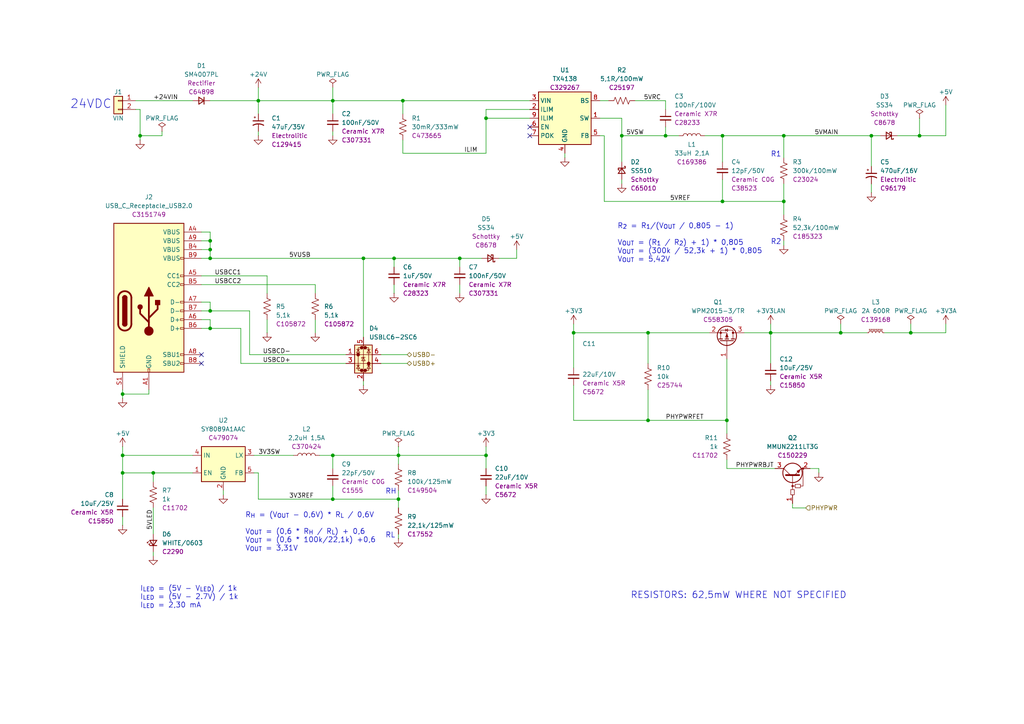
<source format=kicad_sch>
(kicad_sch (version 20250114) (generator "eeschema") (generator_version "9.0")
  (paper "A4")
  (title_block (title "ESP 24V 16xIn/16xOut/1-Wire Module") (date "2026-02-10") (rev "V5.2"))
  (text "RESISTORS: 62,5mW WHERE NOT SPECIFIED" (at 182.88 172.72 0) (effects (font (size 1.905 1.905)) (justify left)))
  (text "R_{H} = (V_{OUT} - 0,6V) * R_{L} / 0,6V\n\nV_{OUT} = (0,6 * R_{H} / R_{L}) + 0,6\nV_{OUT} = (0,6 * 100k/22,1k) +0,6\nV_{OUT} = 3,31V" (at 71.12 160.02 0) (effects (font (size 1.5 1.5)) (justify left bottom)))
  (text "R1" (at 223.52 45.72 0) (effects (font (size 1.5 1.5)) (justify left bottom)))
  (text "RL" (at 111.76 156.21 0) (effects (font (size 1.5 1.5)) (justify left bottom)))
  (text "R_{2} = R_{1}/(V_{OUT} / 0,805 - 1)\n\nV_{OUT} = (R_{1} / R_{2}) + 1) * 0,805\nV_{OUT} = (300k / 52,3k + 1) * 0,805\nV_{OUT} = 5,42V" (at 179.07 76.2 0) (effects (font (size 1.5 1.5)) (justify left bottom)))
  (text "RH" (at 111.76 143.51 0) (effects (font (size 1.5 1.5)) (justify left bottom)))
  (text "24VDC" (at 20.32 31.75 0) (effects (font (size 2.5 2.5)) (justify left bottom)))
  (text "I_{LED} = (5V - V_{LED}) / 1k\nI_{LED} = (5V - 2.7V) / 1k\nI_{LED} = 2,30 mA" (at 40.64 176.53 0) (effects (font (size 1.5 1.5)) (justify left bottom)))
  (text "R2" (at 223.52 71.12 0) (effects (font (size 1.5 1.5)) (justify left bottom)))
  (junction (at 60.96 72.39))
  (junction (at 180.34 39.37))
  (junction (at 187.96 96.52))
  (junction (at 140.97 34.29))
  (junction (at 40.64 39.37))
  (junction (at 140.97 132.08))
  (junction (at 44.45 137.16))
  (junction (at 209.55 58.42))
  (junction (at 35.56 114.3))
  (junction (at 266.7 39.37))
  (junction (at 264.16 96.52))
  (junction (at 116.84 29.21))
  (junction (at 60.96 95.25))
  (junction (at 187.96 121.92))
  (junction (at 133.35 74.93))
  (junction (at 243.84 96.52))
  (junction (at 60.96 74.93))
  (junction (at 96.52 29.21))
  (junction (at 96.52 144.78))
  (junction (at 227.33 58.42))
  (junction (at 35.56 137.16))
  (junction (at 193.04 39.37))
  (junction (at 252.73 39.37))
  (junction (at 60.96 69.85))
  (junction (at 223.52 96.52))
  (junction (at 209.55 39.37))
  (junction (at 35.56 132.08))
  (junction (at 105.41 74.93))
  (junction (at 60.96 90.17))
  (junction (at 166.37 96.52))
  (junction (at 114.3 74.93))
  (junction (at 74.93 29.21))
  (junction (at 210.82 121.92))
  (junction (at 115.57 132.08))
  (junction (at 96.52 132.08))
  (junction (at 115.57 144.78))
  (junction (at 227.33 39.37))
  (no_connect (at 153.67 39.37))
  (no_connect (at 153.67 36.83))
  (no_connect (at 58.42 102.87))
  (no_connect (at 58.42 105.41))
  (wire (pts (xy 58.42 74.93) (xy 60.96 74.93)))
  (wire (pts (xy 227.33 39.37) (xy 252.73 39.37)))
  (wire (pts (xy 114.3 82.55) (xy 114.3 85.09)))
  (wire (pts (xy 252.73 39.37) (xy 255.27 39.37)))
  (wire (pts (xy 180.34 39.37) (xy 180.34 46.99)))
  (wire (pts (xy 58.42 92.71) (xy 60.96 92.71)))
  (wire (pts (xy 114.3 74.93) (xy 114.3 77.47)))
  (wire (pts (xy 58.42 72.39) (xy 60.96 72.39)))
  (wire (pts (xy 96.52 140.97) (xy 96.52 144.78)))
  (wire (pts (xy 116.84 29.21) (xy 153.67 29.21)))
  (wire (pts (xy 140.97 135.89) (xy 140.97 132.08)))
  (wire (pts (xy 227.33 39.37) (xy 227.33 45.72)))
  (wire (pts (xy 180.34 34.29) (xy 180.34 39.37)))
  (wire (pts (xy 110.49 105.41) (xy 118.11 105.41)))
  (wire (pts (xy 140.97 140.97) (xy 140.97 143.51)))
  (wire (pts (xy 210.82 121.92) (xy 210.82 125.73)))
  (wire (pts (xy 210.82 104.14) (xy 210.82 121.92)))
  (wire (pts (xy 60.96 90.17) (xy 72.39 90.17)))
  (wire (pts (xy 115.57 132.08) (xy 115.57 134.62)))
  (wire (pts (xy 39.37 29.21) (xy 55.88 29.21)))
  (wire (pts (xy 69.85 105.41) (xy 100.33 105.41)))
  (wire (pts (xy 227.33 53.34) (xy 227.33 58.42)))
  (wire (pts (xy 64.77 142.24) (xy 64.77 143.51)))
  (wire (pts (xy 116.84 44.45) (xy 140.97 44.45)))
  (wire (pts (xy 166.37 111.76) (xy 166.37 121.92)))
  (wire (pts (xy 35.56 149.86) (xy 35.56 152.4)))
  (wire (pts (xy 96.52 29.21) (xy 116.84 29.21)))
  (wire (pts (xy 115.57 142.24) (xy 115.57 144.78)))
  (wire (pts (xy 35.56 132.08) (xy 55.88 132.08)))
  (wire (pts (xy 96.52 132.08) (xy 115.57 132.08)))
  (wire (pts (xy 74.93 29.21) (xy 74.93 33.02)))
  (wire (pts (xy 35.56 114.3) (xy 35.56 115.57)))
  (wire (pts (xy 74.93 25.4) (xy 74.93 29.21)))
  (wire (pts (xy 115.57 154.94) (xy 115.57 156.21)))
  (wire (pts (xy 60.96 90.17) (xy 60.96 87.63)))
  (wire (pts (xy 209.55 58.42) (xy 209.55 52.07)))
  (wire (pts (xy 92.71 132.08) (xy 96.52 132.08)))
  (wire (pts (xy 44.45 137.16) (xy 55.88 137.16)))
  (wire (pts (xy 266.7 39.37) (xy 274.32 39.37)))
  (wire (pts (xy 163.83 44.45) (xy 163.83 45.72)))
  (wire (pts (xy 237.49 135.89) (xy 237.49 137.16)))
  (wire (pts (xy 166.37 93.98) (xy 166.37 96.52)))
  (wire (pts (xy 166.37 96.52) (xy 166.37 106.68)))
  (wire (pts (xy 274.32 39.37) (xy 274.32 30.48)))
  (wire (pts (xy 187.96 96.52) (xy 187.96 105.41)))
  (wire (pts (xy 115.57 144.78) (xy 115.57 147.32)))
  (wire (pts (xy 35.56 113.03) (xy 35.56 114.3)))
  (wire (pts (xy 116.84 40.64) (xy 116.84 44.45)))
  (wire (pts (xy 58.42 95.25) (xy 60.96 95.25)))
  (wire (pts (xy 237.49 135.89) (xy 234.95 135.89)))
  (wire (pts (xy 173.99 39.37) (xy 175.26 39.37)))
  (wire (pts (xy 140.97 44.45) (xy 140.97 34.29)))
  (wire (pts (xy 264.16 96.52) (xy 256.54 96.52)))
  (wire (pts (xy 114.3 74.93) (xy 133.35 74.93)))
  (wire (pts (xy 96.52 144.78) (xy 115.57 144.78)))
  (wire (pts (xy 35.56 137.16) (xy 35.56 144.78)))
  (wire (pts (xy 184.15 29.21) (xy 193.04 29.21)))
  (wire (pts (xy 60.96 95.25) (xy 60.96 92.71)))
  (wire (pts (xy 40.64 39.37) (xy 46.99 39.37)))
  (wire (pts (xy 204.47 39.37) (xy 209.55 39.37)))
  (wire (pts (xy 74.93 38.1) (xy 74.93 39.37)))
  (wire (pts (xy 227.33 58.42) (xy 227.33 62.23)))
  (wire (pts (xy 60.96 74.93) (xy 105.41 74.93)))
  (wire (pts (xy 205.74 96.52) (xy 187.96 96.52)))
  (wire (pts (xy 35.56 129.54) (xy 35.56 132.08)))
  (wire (pts (xy 215.9 96.52) (xy 223.52 96.52)))
  (wire (pts (xy 91.44 92.71) (xy 91.44 96.52)))
  (wire (pts (xy 69.85 95.25) (xy 69.85 105.41)))
  (wire (pts (xy 187.96 113.03) (xy 187.96 121.92)))
  (wire (pts (xy 166.37 121.92) (xy 187.96 121.92)))
  (wire (pts (xy 115.57 129.54) (xy 115.57 132.08)))
  (wire (pts (xy 72.39 102.87) (xy 100.33 102.87)))
  (wire (pts (xy 74.93 144.78) (xy 96.52 144.78)))
  (wire (pts (xy 140.97 34.29) (xy 140.97 31.75)))
  (wire (pts (xy 209.55 39.37) (xy 209.55 46.99)))
  (wire (pts (xy 149.86 72.39) (xy 149.86 74.93)))
  (wire (pts (xy 166.37 96.52) (xy 187.96 96.52)))
  (wire (pts (xy 74.93 29.21) (xy 96.52 29.21)))
  (wire (pts (xy 58.42 67.31) (xy 60.96 67.31)))
  (wire (pts (xy 173.99 29.21) (xy 176.53 29.21)))
  (wire (pts (xy 60.96 69.85) (xy 60.96 72.39)))
  (wire (pts (xy 35.56 132.08) (xy 35.56 137.16)))
  (wire (pts (xy 60.96 29.21) (xy 74.93 29.21)))
  (wire (pts (xy 116.84 29.21) (xy 116.84 33.02)))
  (wire (pts (xy 60.96 95.25) (xy 69.85 95.25)))
  (wire (pts (xy 105.41 74.93) (xy 105.41 97.79)))
  (wire (pts (xy 46.99 38.1) (xy 46.99 39.37)))
  (wire (pts (xy 144.78 74.93) (xy 149.86 74.93)))
  (wire (pts (xy 210.82 135.89) (xy 224.79 135.89)))
  (wire (pts (xy 96.52 29.21) (xy 96.52 33.02)))
  (wire (pts (xy 229.87 147.32) (xy 233.68 147.32)))
  (wire (pts (xy 193.04 36.83) (xy 193.04 39.37)))
  (wire (pts (xy 43.18 114.3) (xy 35.56 114.3)))
  (wire (pts (xy 193.04 29.21) (xy 193.04 31.75)))
  (wire (pts (xy 39.37 31.75) (xy 40.64 31.75)))
  (wire (pts (xy 223.52 96.52) (xy 243.84 96.52)))
  (wire (pts (xy 180.34 53.34) (xy 180.34 52.07)))
  (wire (pts (xy 223.52 96.52) (xy 223.52 105.41)))
  (wire (pts (xy 105.41 110.49) (xy 105.41 111.76)))
  (wire (pts (xy 140.97 132.08) (xy 115.57 132.08)))
  (wire (pts (xy 133.35 82.55) (xy 133.35 85.09)))
  (wire (pts (xy 40.64 31.75) (xy 40.64 39.37)))
  (wire (pts (xy 58.42 90.17) (xy 60.96 90.17)))
  (wire (pts (xy 175.26 58.42) (xy 209.55 58.42)))
  (wire (pts (xy 264.16 93.98) (xy 264.16 96.52)))
  (wire (pts (xy 140.97 34.29) (xy 153.67 34.29)))
  (wire (pts (xy 58.42 69.85) (xy 60.96 69.85)))
  (wire (pts (xy 252.73 48.26) (xy 252.73 39.37)))
  (wire (pts (xy 35.56 137.16) (xy 44.45 137.16)))
  (wire (pts (xy 133.35 74.93) (xy 139.7 74.93)))
  (wire (pts (xy 274.32 96.52) (xy 264.16 96.52)))
  (wire (pts (xy 209.55 58.42) (xy 227.33 58.42)))
  (wire (pts (xy 43.18 113.03) (xy 43.18 114.3)))
  (wire (pts (xy 77.47 92.71) (xy 77.47 96.52)))
  (wire (pts (xy 74.93 137.16) (xy 74.93 144.78)))
  (wire (pts (xy 227.33 69.85) (xy 227.33 71.12)))
  (wire (pts (xy 187.96 121.92) (xy 210.82 121.92)))
  (wire (pts (xy 173.99 34.29) (xy 180.34 34.29)))
  (wire (pts (xy 77.47 80.01) (xy 77.47 85.09)))
  (wire (pts (xy 175.26 39.37) (xy 175.26 58.42)))
  (wire (pts (xy 223.52 93.98) (xy 223.52 96.52)))
  (wire (pts (xy 229.87 146.05) (xy 229.87 147.32)))
  (wire (pts (xy 105.41 74.93) (xy 114.3 74.93)))
  (wire (pts (xy 96.52 38.1) (xy 96.52 39.37)))
  (wire (pts (xy 140.97 129.54) (xy 140.97 132.08)))
  (wire (pts (xy 96.52 25.4) (xy 96.52 29.21)))
  (wire (pts (xy 44.45 160.02) (xy 44.45 161.29)))
  (wire (pts (xy 110.49 102.87) (xy 118.11 102.87)))
  (wire (pts (xy 243.84 93.98) (xy 243.84 96.52)))
  (wire (pts (xy 44.45 147.32) (xy 44.45 154.94)))
  (wire (pts (xy 251.46 96.52) (xy 243.84 96.52)))
  (wire (pts (xy 73.66 132.08) (xy 85.09 132.08)))
  (wire (pts (xy 40.64 39.37) (xy 40.64 40.64)))
  (wire (pts (xy 58.42 80.01) (xy 77.47 80.01)))
  (wire (pts (xy 60.96 72.39) (xy 60.96 74.93)))
  (wire (pts (xy 252.73 53.34) (xy 252.73 55.88)))
  (wire (pts (xy 210.82 133.35) (xy 210.82 135.89)))
  (wire (pts (xy 72.39 90.17) (xy 72.39 102.87)))
  (wire (pts (xy 274.32 96.52) (xy 274.32 93.98)))
  (wire (pts (xy 223.52 110.49) (xy 223.52 111.76)))
  (wire (pts (xy 60.96 67.31) (xy 60.96 69.85)))
  (wire (pts (xy 193.04 39.37) (xy 196.85 39.37)))
  (wire (pts (xy 73.66 137.16) (xy 74.93 137.16)))
  (wire (pts (xy 260.35 39.37) (xy 266.7 39.37)))
  (wire (pts (xy 133.35 74.93) (xy 133.35 77.47)))
  (wire (pts (xy 91.44 82.55) (xy 91.44 85.09)))
  (wire (pts (xy 140.97 31.75) (xy 153.67 31.75)))
  (wire (pts (xy 180.34 39.37) (xy 193.04 39.37)))
  (wire (pts (xy 44.45 137.16) (xy 44.45 139.7)))
  (wire (pts (xy 266.7 34.29) (xy 266.7 39.37)))
  (wire (pts (xy 96.52 132.08) (xy 96.52 135.89)))
  (wire (pts (xy 58.42 87.63) (xy 60.96 87.63)))
  (wire (pts (xy 227.33 39.37) (xy 209.55 39.37)))
  (wire (pts (xy 58.42 82.55) (xy 91.44 82.55)))
  (label "5VSW" (at 181.61 39.37 0))
  (label "USBCD+" (at 76.2 105.41 0))
  (label "USBCD-" (at 76.2 102.87 0))
  (label "5VLED" (at 44.45 153.67 90))
  (label "3V3REF" (at 83.82 144.78 0))
  (label "ILIM" (at 134.62 44.45 0))
  (label "PHYPWRFET" (at 193.04 121.92 0))
  (label "5VREF" (at 194.31 58.42 0))
  (label "5VRC" (at 186.69 29.21 0))
  (label "USBCC2" (at 62.23 82.55 0))
  (label "+24VIN" (at 44.45 29.21 0))
  (label "USBCC1" (at 62.23 80.01 0))
  (label "PHYPWRBJT" (at 213.36 135.89 0))
  (label "3V3SW" (at 74.93 132.08 0))
  (label "5VMAIN" (at 236.22 39.37 0))
  (label "5VUSB" (at 83.82 74.93 0))
  (hierarchical_label "PHYPWR" (shape input) (at 233.68 147.32 0))
  (hierarchical_label "USBD+" (shape bidirectional) (at 118.11 105.41 0))
  (hierarchical_label "USBD-" (shape bidirectional) (at 118.11 102.87 0))
  (symbol (lib_id "power:+24V") (at 74.93 25.4 0) (unit 1)
    (property "Reference" "#PWR0168" (effects (hide yes)))
    (property "Value" "+24V" (at 74.93 21.59 0))
    (property "Description" "Power symbol creates a global label with name \"+24V\"" (effects (hide yes)))
  )
  (symbol (lib_id "Device:R_US") (at 44.45 143.51 0) (unit 1)
    (property "Reference" "R7" (at 46.99 142.24 0) (effects (justify left)))
    (property "Value" "1k" (at 46.99 144.78 0) (effects (justify left)))
    (property "Footprint" "Tales:R_0402_1005Metric" (effects (hide yes)))
    (property "Description" "Resistor, US symbol" (effects (hide yes)))
    (property "Case" "0402/1005" (effects (hide yes)))
    (property "Mfr" "Uniroyal" (effects (hide yes)))
    (property "Mfr PN" "0402WGF1001TCE" (effects (hide yes)))
    (property "Vendor" "JLCPCB" (effects (hide yes)))
    (property "Vendor PN" "C11702" (effects (hide yes)))
    (property "Technology" "1%" (effects (hide yes)))
    (property "LCSC Part #" "C11702" (at 46.99 147.32 0) (effects (justify left)))
    (property "JLCPCB BOM" "1" (effects (hide yes)))
  )
  (symbol (lib_id "power:GND") (at 115.57 156.21 0) (unit 1)
    (property "Reference" "#PWR0170" (effects (hide yes)))
    (property "Value" "GND" (effects (hide yes)))
    (property "Description" "Power symbol creates a global label with name \"GND\" , ground" (effects (hide yes)))
  )
  (symbol (lib_id "Device:L") (at 200.66 39.37 90) (unit 1)
    (property "Reference" "L1" (at 200.66 41.91 90))
    (property "Value" "33uH 2,1A" (at 200.66 44.45 90))
    (property "Footprint" "Tales:L_12x12mm_h6mm" (effects (hide yes)))
    (property "Description" "Inductor" (effects (hide yes)))
    (property "Case" "12x12" (effects (hide yes)))
    (property "JLCPCB BOM" "1" (effects (hide yes)))
    (property "LCSC Part #" "C169386" (at 200.66 46.99 90))
    (property "Mfr" "Sunlord" (effects (hide yes)))
    (property "Mfr PN" "SWRB1205S-330MT" (effects (hide yes)))
    (property "Vendor" "JLCPCB" (effects (hide yes)))
    (property "Vendor PN" "C169386" (effects (hide yes)))
  )
  (symbol (lib_id "Device:C_Small") (at 223.52 107.95 0) (unit 1)
    (property "Reference" "C12" (at 226.06 104.1462 0) (effects (justify left)))
    (property "Value" "10uF/25V" (at 226.06 106.6862 0) (effects (justify left)))
    (property "Footprint" "Tales:C_0805_2012Metric" (effects (hide yes)))
    (property "Description" "Unpolarized capacitor, small symbol" (effects (hide yes)))
    (property "Mfr" "Samsung" (effects (hide yes)))
    (property "Mfr PN" "CL21A106KAYNNNE" (effects (hide yes)))
    (property "JLCPCB BOM" "1" (effects (hide yes)))
    (property "LCSC Part #" "C15850" (at 226.06 111.76 0) (effects (justify left)))
    (property "Technology" "Ceramic X5R" (at 226.06 109.22 0) (effects (justify left)))
    (property "Vendor" "JLCPCB" (effects (hide yes)))
    (property "Vendor PN" "C15850" (effects (hide yes)))
    (property "Case" "0805/2012" (effects (hide yes)))
  )
  (symbol (lib_id "Tales:SY8089AAAC") (at 64.77 134.62 0) (unit 1)
    (property "Reference" "U2" (at 64.77 121.92 0))
    (property "Value" "SY8089A1AAC" (at 64.77 124.46 0))
    (property "Footprint" "Tales:SOT-23-5_Shorter_Pins" (effects (hide yes)))
    (property "Description" "High Efficiency 5.5V, 2A continuous, 3A peak, 1MHz Synchronous Step Down Regulator" (effects (hide yes)))
    (property "Case" "SOT-23-5" (effects (hide yes)))
    (property "JLCPCB BOM" "1" (effects (hide yes)))
    (property "LCSC Part #" "C479074" (at 64.77 127 0))
    (property "Mfr" "Silergy" (effects (hide yes)))
    (property "Mfr PN" "SY8089A1AAC" (effects (hide yes)))
    (property "Vendor" "JLCPCB" (effects (hide yes)))
    (property "Vendor PN" "C479074" (effects (hide yes)))
  )
  (symbol (lib_id "power:GND") (at 140.97 143.51 0) (unit 1)
    (property "Reference" "#PWR0183" (effects (hide yes)))
    (property "Value" "GND" (effects (hide yes)))
    (property "Description" "Power symbol creates a global label with name \"GND\" , ground" (effects (hide yes)))
  )
  (symbol (lib_id "power:GND") (at 237.49 137.16 0) (unit 1)
    (property "Reference" "#PWR0175" (effects (hide yes)))
    (property "Value" "GND" (effects (hide yes)))
    (property "Description" "Power symbol creates a global label with name \"GND\" , ground" (effects (hide yes)))
  )
  (symbol (lib_id "power:GND") (at 163.83 45.72 0) (unit 1)
    (property "Reference" "#PWR0178" (effects (hide yes)))
    (property "Value" "GND" (effects (hide yes)))
    (property "Description" "Power symbol creates a global label with name \"GND\" , ground" (effects (hide yes)))
  )
  (symbol (lib_id "Tales:+3V3LAN") (at 223.52 93.98 0) (unit 1)
    (property "Reference" "#PWR0177" (effects (hide yes)))
    (property "Value" "+3V3LAN" (at 223.52 90.17 0))
    (property "Description" "Power symbol creates a global label with name \"+3V3LAN\"" (effects (hide yes)))
  )
  (symbol (lib_id "Device:C_Small") (at 96.52 138.43 0) (unit 1)
    (property "Reference" "C9" (at 99.06 134.6262 0) (effects (justify left)))
    (property "Value" "22pF/50V" (at 99.06 137.1662 0) (effects (justify left)))
    (property "Footprint" "Tales:C_0402_1005Metric" (effects (hide yes)))
    (property "Description" "Unpolarized capacitor, small symbol" (effects (hide yes)))
    (property "JLCPCB BOM" "1" (effects (hide yes)))
    (property "Technology" "Ceramic C0G" (at 99.06 139.7062 0) (effects (justify left)))
    (property "LCSC Part #" "C1555" (at 99.06 142.2462 0) (effects (justify left)))
    (property "Mfr" "FH" (effects (hide yes)))
    (property "Mfr PN" "0402CG220J500NT" (effects (hide yes)))
    (property "Vendor" "JLCPCB" (effects (hide yes)))
    (property "Vendor PN" "C1555" (effects (hide yes)))
    (property "Case" "0402/1005" (effects (hide yes)))
  )
  (symbol (lib_id "Device:C_Small") (at 133.35 80.01 0) (unit 1)
    (property "Reference" "C7" (at 135.89 77.47 0) (effects (justify left)))
    (property "Value" "100nF/50V" (at 135.89 80.01 0) (effects (justify left)))
    (property "Footprint" "Tales:C_0402_1005Metric" (effects (hide yes)))
    (property "Description" "Unpolarized capacitor, small symbol" (effects (hide yes)))
    (property "JLCPCB BOM" "1" (effects (hide yes)))
    (property "Technology" "Ceramic X7R" (at 135.89 82.55 0) (effects (justify left)))
    (property "LCSC Part #" "C307331" (at 135.89 85.09 0) (effects (justify left)))
    (property "Mfr" "Samsung" (effects (hide yes)))
    (property "Mfr PN" "CL05B104KB54PNC" (effects (hide yes)))
    (property "Vendor" "JLCPCB" (effects (hide yes)))
    (property "Vendor PN" "C307331" (effects (hide yes)))
    (property "Case" "0402/1005" (effects (hide yes)))
  )
  (symbol (lib_id "Device:R_US") (at 77.47 88.9 0) (unit 1)
    (property "Reference" "R5" (at 80.01 88.9 0) (effects (justify left)))
    (property "Value" "5,1k" (at 80.01 91.44 0) (effects (justify left)))
    (property "Footprint" "Tales:R_0402_1005Metric" (effects (hide yes)))
    (property "Description" "Resistor, US symbol" (effects (hide yes)))
    (property "JLCPCB BOM" "1" (effects (hide yes)))
    (property "LCSC Part #" "C105872" (at 80.01 93.98 0) (effects (justify left)))
    (property "Mfr" "YAGEO" (effects (hide yes)))
    (property "Mfr PN" "RC0402FR-075K1L" (effects (hide yes)))
    (property "Technology" "1%" (effects (hide yes)))
    (property "Vendor" "JLCPCB" (effects (hide yes)))
    (property "Vendor PN" "C105872" (effects (hide yes)))
    (property "Case" "0402/1005" (effects (hide yes)))
  )
  (symbol (lib_id "Power_Protection:USBLC6-2SC6") (at 105.41 102.87 0) (unit 1)
    (property "Reference" "D4" (at 107.0611 95.25 0) (effects (justify left)))
    (property "Value" "USBLC6-2SC6" (at 107.0611 97.79 0) (effects (justify left)))
    (property "Footprint" "Package_TO_SOT_SMD:SOT-23-6" (effects (hide yes)))
    (property "Datasheet" "https://www.st.com/resource/en/datasheet/usblc6-2.pdf" (effects (hide yes)))
    (property "Description" "Very low capacitance ESD protection diode, 2 data-line, SOT-23-6" (effects (hide yes)))
    (property "Vendor" "JLCPCB" (effects (hide yes)))
    (property "Case" "SOT-23-6L" (effects (hide yes)))
    (property "JLCPCB BOM" "1" (effects (hide yes)))
    (property "LCSC Part #" "C7519" (effects (hide yes)))
    (property "Mfr" "STMicroelectronics" (effects (hide yes)))
    (property "Mfr PN" "USBLC6-2SC6" (effects (hide yes)))
    (property "Vendor PN" "C7519" (effects (hide yes)))
  )
  (symbol (lib_id "Device:D_Schottky_Small") (at 257.81 39.37 180) (unit 1)
    (property "Reference" "D3" (at 256.54 27.94 0))
    (property "Value" "SS34" (at 256.54 30.48 0))
    (property "Footprint" "Tales:D_SMA" (effects (hide yes)))
    (property "Description" "Schottky diode, small symbol" (effects (hide yes)))
    (property "JLCPCB BOM" "1" (effects (hide yes)))
    (property "LCSC Part #" "C8678" (at 256.54 35.56 0))
    (property "Mfr" "Microdiode" (effects (hide yes)))
    (property "Mfr PN" "SS34" (effects (hide yes)))
    (property "Technology" "Schottky" (at 256.54 33.02 0))
    (property "Vendor" "JLCPCB" (effects (hide yes)))
    (property "Vendor PN" "C8678" (effects (hide yes)))
    (property "Case" "SMA" (effects (hide yes)))
  )
  (symbol (lib_id "power:PWR_FLAG") (at 266.7 34.29 0) (unit 1)
    (property "Reference" "#FLG0106" (effects (hide yes)))
    (property "Value" "PWR_FLAG" (at 266.7 30.48 0))
    (property "Description" "Special symbol for telling ERC where power comes from" (effects (hide yes)))
  )
  (symbol (lib_id "power:+5V") (at 35.56 129.54 0) (unit 1)
    (property "Reference" "#PWR0162" (effects (hide yes)))
    (property "Value" "+5V" (at 35.56 125.73 0))
    (property "Description" "Power symbol creates a global label with name \"+5V\"" (effects (hide yes)))
  )
  (symbol (lib_id "Device:D_Schottky_Small") (at 180.34 49.53 270) (unit 1)
    (property "Reference" "D2" (at 182.88 46.99 90) (effects (justify left)))
    (property "Value" "SS510" (at 182.88 49.53 90) (effects (justify left)))
    (property "Footprint" "Tales:D_SMA" (effects (hide yes)))
    (property "Description" "Schottky diode, small symbol" (effects (hide yes)))
    (property "Case" "SMA" (effects (hide yes)))
    (property "JLCPCB BOM" "1" (effects (hide yes)))
    (property "LCSC Part #" "C65010" (at 182.88 54.61 90) (effects (justify left)))
    (property "Mfr" "Microdiode" (effects (hide yes)))
    (property "Mfr PN" "SS510" (effects (hide yes)))
    (property "Technology" "Schottky" (at 182.88 52.07 90) (effects (justify left)))
    (property "Vendor" "JLCPCB" (effects (hide yes)))
    (property "Vendor PN" "C65010" (effects (hide yes)))
  )
  (symbol (lib_id "Device:R_US") (at 187.96 109.22 0) (unit 1)
    (property "Reference" "R10" (at 190.5 106.6799 0) (effects (justify left)))
    (property "Value" "10k" (at 190.5 109.2199 0) (effects (justify left)))
    (property "Footprint" "Tales:R_0402_1005Metric" (effects (hide yes)))
    (property "Description" "Resistor, US symbol" (effects (hide yes)))
    (property "Mfr" "Uniroyal" (effects (hide yes)))
    (property "Vendor" "JLCPCB" (effects (hide yes)))
    (property "Mfr PN" "0402WGF1002TCE" (effects (hide yes)))
    (property "Technology" "1%" (effects (hide yes)))
    (property "Vendor PN" "C25744" (effects (hide yes)))
    (property "LCSC Part #" "C25744" (at 190.5 111.7599 0) (effects (justify left)))
    (property "JLCPCB BOM" "1" (effects (hide yes)))
    (property "Case" "0402/1005" (effects (hide yes)))
  )
  (symbol (lib_id "power:+5V") (at 149.86 72.39 0) (unit 1)
    (property "Reference" "#PWR0179" (effects (hide yes)))
    (property "Value" "+5V" (at 149.86 68.58 0))
    (property "Description" "Power symbol creates a global label with name \"+5V\"" (effects (hide yes)))
  )
  (symbol (lib_id "Device:D_Small") (at 58.42 29.21 180) (unit 1)
    (property "Reference" "D1" (at 58.42 19.05 0))
    (property "Value" "SM4007PL" (at 58.42 21.59 0))
    (property "Footprint" "Tales:D_SOD-123" (effects (hide yes)))
    (property "Description" "Diode, small symbol" (effects (hide yes)))
    (property "Case" "SOD-123FL" (effects (hide yes)))
    (property "Technology" "Rectifier" (at 58.42 24.13 0))
    (property "Mfr" "Microdiode" (effects (hide yes)))
    (property "Mfr PN" "SM4007PL" (effects (hide yes)))
    (property "Vendor" "JLCPCB" (effects (hide yes)))
    (property "Vendor PN" "C64898" (effects (hide yes)))
    (property "LCSC Part #" "C64898" (at 58.42 26.67 0))
    (property "JLCPCB BOM" "1" (effects (hide yes)))
    (property "Sim.Device" "D" (effects (hide yes)))
    (property "Sim.Pins" "1=K 2=A" (effects (hide yes)))
  )
  (symbol (lib_id "Tales:+3V3A") (at 274.32 93.98 0) (unit 1)
    (property "Reference" "#PWR0187" (effects (hide yes)))
    (property "Value" "+3V3A" (at 274.32 90.17 0))
    (property "Description" "Power symbol creates a global label with name \"+3V3A\"" (effects (hide yes)))
  )
  (symbol (lib_id "power:GND") (at 35.56 115.57 0) (unit 1)
    (property "Reference" "#PWR0166" (effects (hide yes)))
    (property "Value" "GND" (effects (hide yes)))
    (property "Description" "Power symbol creates a global label with name \"GND\" , ground" (effects (hide yes)))
  )
  (symbol (lib_id "Device:C_Small") (at 140.97 138.43 0) (unit 1)
    (property "Reference" "C10" (at 143.51 135.89 0) (effects (justify left)))
    (property "Value" "22uF/10V" (at 143.51 138.43 0) (effects (justify left)))
    (property "Footprint" "Tales:C_1206_3216Metric" (effects (hide yes)))
    (property "Description" "Unpolarized capacitor, small symbol" (effects (hide yes)))
    (property "Mfr" "Samsung" (effects (hide yes)))
    (property "Mfr PN" "CL31A226KPHNNNE" (effects (hide yes)))
    (property "JLCPCB BOM" "1" (effects (hide yes)))
    (property "LCSC Part #" "C5672" (at 143.51 143.51 0) (effects (justify left)))
    (property "Technology" "Ceramic X5R" (at 143.51 140.97 0) (effects (justify left)))
    (property "Vendor" "JLCPCB" (effects (hide yes)))
    (property "Vendor PN" "C5672" (effects (hide yes)))
    (property "Case" "1206/3216" (effects (hide yes)))
  )
  (symbol (lib_id "power:PWR_FLAG") (at 96.52 25.4 0) (unit 1)
    (property "Reference" "#FLG0102" (effects (hide yes)))
    (property "Value" "PWR_FLAG" (at 96.52 21.59 0))
    (property "Description" "Special symbol for telling ERC where power comes from" (effects (hide yes)))
  )
  (symbol (lib_id "Device:C_Small") (at 96.52 35.56 0) (unit 1)
    (property "Reference" "C2" (at 99.06 33.02 0) (effects (justify left)))
    (property "Value" "100nF/50V" (at 99.06 35.56 0) (effects (justify left)))
    (property "Footprint" "Tales:C_0402_1005Metric" (effects (hide yes)))
    (property "Description" "Unpolarized capacitor, small symbol" (effects (hide yes)))
    (property "JLCPCB BOM" "1" (effects (hide yes)))
    (property "Technology" "Ceramic X7R" (at 99.06 38.1 0) (effects (justify left)))
    (property "LCSC Part #" "C307331" (at 99.06 40.64 0) (effects (justify left)))
    (property "Mfr" "Samsung" (effects (hide yes)))
    (property "Mfr PN" "CL05B104KB54PNC" (effects (hide yes)))
    (property "Vendor" "JLCPCB" (effects (hide yes)))
    (property "Vendor PN" "C307331" (effects (hide yes)))
    (property "Case" "0402/1005" (effects (hide yes)))
  )
  (symbol (lib_id "power:GND") (at 44.45 161.29 0) (unit 1)
    (property "Reference" "#PWR0164" (effects (hide yes)))
    (property "Value" "GND" (effects (hide yes)))
    (property "Description" "Power symbol creates a global label with name \"GND\" , ground" (effects (hide yes)))
  )
  (symbol (lib_id "Device:C_Small") (at 35.56 147.32 0) (unit 1)
    (property "Reference" "C8" (at 33.02 143.51 0) (effects (justify right)))
    (property "Value" "10uF/25V" (at 33.02 146.05 0) (effects (justify right)))
    (property "Footprint" "Tales:C_0805_2012Metric" (effects (hide yes)))
    (property "Description" "Unpolarized capacitor, small symbol" (effects (hide yes)))
    (property "Mfr" "Samsung" (effects (hide yes)))
    (property "Mfr PN" "CL21A106KAYNNNE" (effects (hide yes)))
    (property "JLCPCB BOM" "1" (effects (hide yes)))
    (property "LCSC Part #" "C15850" (at 33.02 151.13 0) (effects (justify right)))
    (property "Technology" "Ceramic X5R" (at 33.02 148.59 0) (effects (justify right)))
    (property "Vendor" "JLCPCB" (effects (hide yes)))
    (property "Vendor PN" "C15850" (effects (hide yes)))
    (property "Case" "0805/2012" (effects (hide yes)))
  )
  (symbol (lib_id "Device:C_Small") (at 193.04 34.29 0) (unit 1)
    (property "Reference" "C3" (at 195.58 27.94 0) (effects (justify left)))
    (property "Value" "100nF/100V" (at 195.58 30.48 0) (effects (justify left)))
    (property "Footprint" "Tales:C_0805_2012Metric" (effects (hide yes)))
    (property "Description" "Unpolarized capacitor, small symbol" (effects (hide yes)))
    (property "Technology" "Ceramic X7R" (at 195.58 33.02 0) (effects (justify left)))
    (property "Mfr" "Samsung" (effects (hide yes)))
    (property "Mfr PN" "CL21B104KCFNNNE" (effects (hide yes)))
    (property "Vendor" "JLCPCB" (effects (hide yes)))
    (property "Vendor PN" "C28233" (effects (hide yes)))
    (property "LCSC Part #" "C28233" (at 195.58 35.56 0) (effects (justify left)))
    (property "JLCPCB BOM" "1" (effects (hide yes)))
    (property "Case" "0805/2012" (effects (hide yes)))
  )
  (symbol (lib_id "power:GND") (at 35.56 152.4 0) (unit 1)
    (property "Reference" "#PWR0163" (effects (hide yes)))
    (property "Value" "GND" (effects (hide yes)))
    (property "Description" "Power symbol creates a global label with name \"GND\" , ground" (effects (hide yes)))
  )
  (symbol (lib_id "power:GND") (at 91.44 96.52 0) (unit 1)
    (property "Reference" "#PWR0173" (effects (hide yes)))
    (property "Value" "GND" (effects (hide yes)))
    (property "Description" "Power symbol creates a global label with name \"GND\" , ground" (effects (hide yes)))
  )
  (symbol (lib_id "power:GND") (at 223.52 111.76 0) (unit 1)
    (property "Reference" "#PWR0176" (effects (hide yes)))
    (property "Value" "GND" (effects (hide yes)))
    (property "Description" "Power symbol creates a global label with name \"GND\" , ground" (effects (hide yes)))
  )
  (symbol (lib_id "power:GND") (at 40.64 40.64 0) (unit 1)
    (property "Reference" "#PWR0161" (effects (hide yes)))
    (property "Value" "GND" (effects (hide yes)))
    (property "Description" "Power symbol creates a global label with name \"GND\" , ground" (effects (hide yes)))
  )
  (symbol (lib_id "power:PWR_FLAG") (at 46.99 38.1 0) (unit 1)
    (property "Reference" "#FLG0101" (effects (hide yes)))
    (property "Value" "PWR_FLAG" (at 46.99 34.29 0))
    (property "Description" "Special symbol for telling ERC where power comes from" (effects (hide yes)))
  )
  (symbol (lib_id "power:+5V") (at 274.32 30.48 0) (unit 1)
    (property "Reference" "#PWR0186" (effects (hide yes)))
    (property "Value" "+5V" (at 274.32 26.67 0))
    (property "Description" "Power symbol creates a global label with name \"+5V\"" (effects (hide yes)))
  )
  (symbol (lib_id "Connector_Generic:Conn_01x02") (at 34.29 29.21 0) (mirror y) (unit 1)
    (property "Reference" "J1" (at 34.29 26.67 0))
    (property "Value" "VIN" (at 34.29 34.29 0))
    (property "Footprint" "Tales:TerminalBlock_Dibo_DB142V-5.08-2P_1x02_P5.08mm_Vertical" (effects (hide yes)))
    (property "Description" "Generic connector, single row, 01x02, script generated (kicad-library-utils/schlib/autogen/connector/)" (effects (hide yes)))
    (property "JLCPCB BOM" "1" (effects (hide yes)))
    (property "Mfr" "Dorabo" (effects (hide yes)))
    (property "Mfr PN" "DB142V-5.08-2P" (effects (hide yes)))
    (property "Vendor" "JLCPCB" (effects (hide yes)))
    (property "Vendor PN" "C2898699" (effects (hide yes)))
    (property "LCSC Part #" "C2898699" (effects (hide yes)))
  )
  (symbol (lib_id "power:GND") (at 180.34 53.34 0) (unit 1)
    (property "Reference" "#PWR0185" (effects (hide yes)))
    (property "Value" "GND" (effects (hide yes)))
    (property "Description" "Power symbol creates a global label with name \"GND\" , ground" (effects (hide yes)))
  )
  (symbol (lib_id "power:GND") (at 77.47 96.52 0) (unit 1)
    (property "Reference" "#PWR0174" (effects (hide yes)))
    (property "Value" "GND" (effects (hide yes)))
    (property "Description" "Power symbol creates a global label with name \"GND\" , ground" (effects (hide yes)))
  )
  (symbol (lib_id "Device:L_Ferrite_Small") (at 254 96.52 90) (unit 1)
    (property "Reference" "L3" (at 254 87.63 90))
    (property "Value" "2A 600R" (at 254 90.17 90))
    (property "Footprint" "Tales:L_0805_2012Metric" (effects (hide yes)))
    (property "Description" "Inductor with ferrite core, small symbol" (effects (hide yes)))
    (property "Case" "0805/2012" (effects (hide yes)))
    (property "JLCPCB BOM" "1" (effects (hide yes)))
    (property "LCSC Part #" "C139168" (at 254 92.71 90))
    (property "Mfr" "FH" (effects (hide yes)))
    (property "Mfr PN" "CBM201209U601T" (effects (hide yes)))
    (property "Vendor" "JLCPCB" (effects (hide yes)))
    (property "Vendor PN" "C139168" (effects (hide yes)))
  )
  (symbol (lib_id "Device:C_Polarized_Small_US") (at 252.73 50.8 0) (unit 1)
    (property "Reference" "C5" (at 255.27 46.99 0) (effects (justify left)))
    (property "Value" "470uF/16V" (at 255.27 49.53 0) (effects (justify left)))
    (property "Footprint" "Tales:CP_Elec_8x10.5" (effects (hide yes)))
    (property "Description" "Polarized capacitor, small US symbol" (effects (hide yes)))
    (property "Mfr" "Semtech" (effects (hide yes)))
    (property "Mfr PN" "CS1C471M-CRF10" (effects (hide yes)))
    (property "JLCPCB BOM" "1" (effects (hide yes)))
    (property "LCSC Part #" "C96179" (at 255.27 54.61 0) (effects (justify left)))
    (property "Technology" "Electrolitic" (at 255.27 52.07 0) (effects (justify left)))
    (property "Vendor" "JLCPCB" (effects (hide yes)))
    (property "Vendor PN" "C96179" (effects (hide yes)))
    (property "Case" "8x10,5" (effects (hide yes)))
  )
  (symbol (lib_id "power:PWR_FLAG") (at 243.84 93.98 0) (unit 1)
    (property "Reference" "#FLG0104" (effects (hide yes)))
    (property "Value" "PWR_FLAG" (at 243.84 90.17 0))
    (property "Description" "Special symbol for telling ERC where power comes from" (effects (hide yes)))
  )
  (symbol (lib_id "Transistor_FET:Q_PMOS_GSD") (at 210.82 99.06 270) (mirror x) (unit 1)
    (property "Reference" "Q1" (at 208.28 87.63 90))
    (property "Value" "WPM2015-3/TR" (at 208.28 90.17 90))
    (property "Footprint" "Tales:SOT-23" (effects (hide yes)))
    (property "Description" "P-MOSFET transistor, gate/source/drain" (effects (hide yes)))
    (property "Case" "SOT-23-3" (effects (hide yes)))
    (property "JLCPCB BOM" "1" (effects (hide yes)))
    (property "LCSC Part #" "C558305" (at 208.28 92.71 90))
    (property "Mfr" "VBSemi" (effects (hide yes)))
    (property "Mfr PN" "WPM2015-3/TR" (effects (hide yes)))
    (property "Technology" "MOSFET" (effects (hide yes)))
    (property "Vendor" "JLCPCB" (effects (hide yes)))
    (property "Vendor PN" "C558305" (effects (hide yes)))
  )
  (symbol (lib_id "Transistor_BJT:Q_NPN_BRT_BEC") (at 229.87 137.16 90) (unit 1)
    (property "Reference" "Q2" (at 229.87 127 90))
    (property "Value" "MMUN2211LT3G" (at 229.87 129.54 90))
    (property "Footprint" "Tales:SOT-23" (effects (hide yes)))
    (property "Description" "NPN bias resistor transistor, base/emitter/collector" (effects (hide yes)))
    (property "LCSC Part #" "C150229" (at 229.87 132.08 90))
    (property "Vendor PN" "C150229" (effects (hide yes)))
    (property "Case" "SOT-23-3" (effects (hide yes)))
    (property "JLCPCB BOM" "1" (effects (hide yes)))
    (property "Mfr" "Onsemi" (effects (hide yes)))
    (property "Mfr PN" "MMUN2211LT3G" (effects (hide yes)))
    (property "Technology" "NPN Pre Biased" (effects (hide yes)))
    (property "Vendor" "JLCPCB" (effects (hide yes)))
  )
  (symbol (lib_id "Device:D_Schottky_Small") (at 142.24 74.93 180) (unit 1)
    (property "Reference" "D5" (at 140.97 63.5 0))
    (property "Value" "SS34" (at 140.97 66.04 0))
    (property "Footprint" "Tales:D_SMA" (effects (hide yes)))
    (property "Description" "Schottky diode, small symbol" (effects (hide yes)))
    (property "JLCPCB BOM" "1" (effects (hide yes)))
    (property "LCSC Part #" "C8678" (at 140.97 71.12 0))
    (property "Mfr" "Microdiode" (effects (hide yes)))
    (property "Mfr PN" "SS34" (effects (hide yes)))
    (property "Technology" "Schottky" (at 140.97 68.58 0))
    (property "Vendor" "JLCPCB" (effects (hide yes)))
    (property "Vendor PN" "C8678" (effects (hide yes)))
    (property "Case" "SMA" (effects (hide yes)))
  )
  (symbol (lib_id "Tales:+3V3") (at 166.37 93.98 0) (unit 1)
    (property "Reference" "#PWR0181" (effects (hide yes)))
    (property "Value" "+3V3" (at 166.37 90.17 0))
    (property "Description" "Power symbol creates a global label with name \"+3V3\"" (effects (hide yes)))
  )
  (symbol (lib_id "Device:R_US") (at 180.34 29.21 270) (unit 1)
    (property "Reference" "R2" (at 180.34 20.32 90))
    (property "Value" "5,1R/100mW" (at 180.34 22.86 90))
    (property "Footprint" "Tales:R_0603_1608Metric" (effects (hide yes)))
    (property "Description" "Resistor, US symbol" (effects (hide yes)))
    (property "Technology" "1%" (effects (hide yes)))
    (property "Mfr" "Uniroyal" (effects (hide yes)))
    (property "Mfr PN" "0603WAF510KT5E" (effects (hide yes)))
    (property "Vendor" "JLCPCB" (effects (hide yes)))
    (property "Vendor PN" "C25197" (effects (hide yes)))
    (property "LCSC Part #" "C25197" (at 180.34 25.4 90))
    (property "JLCPCB BOM" "1" (effects (hide yes)))
    (property "Case" "0603/1608" (effects (hide yes)))
  )
  (symbol (lib_id "Device:R_US") (at 116.84 36.83 0) (unit 1)
    (property "Reference" "R1" (at 119.38 34.2899 0) (effects (justify left)))
    (property "Value" "30mR/333mW" (at 119.38 36.8299 0) (effects (justify left)))
    (property "Footprint" "Tales:R_1206_3216Metric" (effects (hide yes)))
    (property "Description" "Resistor, US symbol" (effects (hide yes)))
    (property "Technology" "1%" (effects (hide yes)))
    (property "Mfr" "Uniroyal" (effects (hide yes)))
    (property "Mfr PN" "1206W3F300MT5E" (effects (hide yes)))
    (property "Vendor" "JLCPCB" (effects (hide yes)))
    (property "Vendor PN" "C473665" (effects (hide yes)))
    (property "LCSC Part #" "C473665" (at 119.38 39.3699 0) (effects (justify left)))
    (property "JLCPCB BOM" "1" (effects (hide yes)))
    (property "Case" "1206/3216" (effects (hide yes)))
  )
  (symbol (lib_id "power:GND") (at 64.77 143.51 0) (unit 1)
    (property "Reference" "#PWR0165" (effects (hide yes)))
    (property "Value" "GND" (effects (hide yes)))
    (property "Description" "Power symbol creates a global label with name \"GND\" , ground" (effects (hide yes)))
  )
  (symbol (lib_id "power:GND") (at 227.33 71.12 0) (unit 1)
    (property "Reference" "#PWR0184" (effects (hide yes)))
    (property "Value" "GND" (effects (hide yes)))
    (property "Description" "Power symbol creates a global label with name \"GND\" , ground" (effects (hide yes)))
  )
  (symbol (lib_id "Device:C_Small") (at 209.55 49.53 0) (unit 1)
    (property "Reference" "C4" (at 212.09 46.99 0) (effects (justify left)))
    (property "Value" "12pF/50V" (at 212.09 49.53 0) (effects (justify left)))
    (property "Footprint" "Tales:C_0603_1608Metric" (effects (hide yes)))
    (property "Description" "Unpolarized capacitor, small symbol" (effects (hide yes)))
    (property "Case" "0603/1608" (effects (hide yes)))
    (property "JLCPCB BOM" "1" (effects (hide yes)))
    (property "LCSC Part #" "C38523" (at 212.09 54.61 0) (effects (justify left)))
    (property "Mfr" "Samsung" (effects (hide yes)))
    (property "Mfr PN" "CL10C120JB8NNNC" (effects (hide yes)))
    (property "Technology" "Ceramic C0G" (at 212.09 52.07 0) (effects (justify left)))
    (property "Vendor" "JLCPCB" (effects (hide yes)))
    (property "Vendor PN" "C38523" (effects (hide yes)))
  )
  (symbol (lib_id "Device:R_US") (at 227.33 66.04 0) (unit 1)
    (property "Reference" "R4" (at 229.87 63.4999 0) (effects (justify left)))
    (property "Value" "52,3k/100mW" (at 229.87 66.0399 0) (effects (justify left)))
    (property "Footprint" "Tales:R_0603_1608Metric" (effects (hide yes)))
    (property "Description" "Resistor, US symbol" (effects (hide yes)))
    (property "Technology" "1%" (effects (hide yes)))
    (property "JLCPCB BOM" "1" (effects (hide yes)))
    (property "LCSC Part #" "C185323" (at 229.87 68.5799 0) (effects (justify left)))
    (property "Mfr" "Yageo" (effects (hide yes)))
    (property "Mfr PN" "RC0603FR-0752K3L" (effects (hide yes)))
    (property "Vendor" "JLCPCB" (effects (hide yes)))
    (property "Vendor PN" "C185323" (effects (hide yes)))
    (property "Case" "0603/1608 " (effects (hide yes)))
  )
  (symbol (lib_id "Device:R_US") (at 227.33 49.53 0) (unit 1)
    (property "Reference" "R3" (at 229.87 46.9899 0) (effects (justify left)))
    (property "Value" "300k/100mW" (at 229.87 49.5299 0) (effects (justify left)))
    (property "Footprint" "Tales:R_0603_1608Metric" (effects (hide yes)))
    (property "Description" "Resistor, US symbol" (effects (hide yes)))
    (property "Technology" "1%" (effects (hide yes)))
    (property "JLCPCB BOM" "1" (effects (hide yes)))
    (property "LCSC Part #" "C23024" (at 229.87 52.0699 0) (effects (justify left)))
    (property "Mfr" "Uniroyal" (effects (hide yes)))
    (property "Mfr PN" "0603WAF3003T5E" (effects (hide yes)))
    (property "Vendor" "JLCPCB" (effects (hide yes)))
    (property "Vendor PN" "C23024" (effects (hide yes)))
    (property "Case" "0603/1608 " (effects (hide yes)))
  )
  (symbol (lib_id "power:GND") (at 96.52 39.37 0) (unit 1)
    (property "Reference" "#PWR0169" (effects (hide yes)))
    (property "Value" "GND" (effects (hide yes)))
    (property "Description" "Power symbol creates a global label with name \"GND\" , ground" (effects (hide yes)))
  )
  (symbol (lib_id "Tales:TX4138") (at 163.83 34.29 0) (unit 1)
    (property "Reference" "U1" (at 163.83 20.32 0))
    (property "Value" "TX4138" (at 163.83 22.86 0))
    (property "Footprint" "Tales:SOIC-8-1EP_3.9x4.9mm_P1.27mm_EP2.41x3.81mm_ThermalVias" (effects (hide yes)))
    (property "Description" "4A, 60V, 200KHz Step-Down Converter" (effects (hide yes)))
    (property "Case" "SOIC-8" (effects (hide yes)))
    (property "JLCPCB BOM" "1" (effects (hide yes)))
    (property "LCSC Part #" "C329267" (at 163.83 25.4 0))
    (property "Mfr" "XDS" (effects (hide yes)))
    (property "Mfr PN" "TX4138" (effects (hide yes)))
    (property "Vendor" "JLCPCB" (effects (hide yes)))
    (property "Vendor PN" "C329267" (effects (hide yes)))
  )
  (symbol (lib_id "power:GND") (at 133.35 85.09 0) (unit 1)
    (property "Reference" "#PWR0180" (effects (hide yes)))
    (property "Value" "GND" (effects (hide yes)))
    (property "Description" "Power symbol creates a global label with name \"GND\" , ground" (effects (hide yes)))
  )
  (symbol (lib_id "Device:C_Small") (at 166.37 109.22 0) (unit 1)
    (property "Reference" "C11" (at 168.91 99.7013 0) (effects (justify left)))
    (property "Value" "22uF/10V" (at 168.91 108.5913 0) (effects (justify left)))
    (property "Footprint" "Tales:C_1206_3216Metric" (effects (hide yes)))
    (property "Description" "Unpolarized capacitor, small symbol" (effects (hide yes)))
    (property "Mfr" "Samsung" (effects (hide yes)))
    (property "Mfr PN" "CL31A226KPHNNNE" (effects (hide yes)))
    (property "JLCPCB BOM" "1" (effects (hide yes)))
    (property "Technology" "Ceramic X5R" (at 168.91 111.1313 0) (effects (justify left)))
    (property "LCSC Part #" "C5672" (at 168.91 113.6713 0) (effects (justify left)))
    (property "Vendor" "JLCPCB" (effects (hide yes)))
    (property "Vendor PN" "C5672" (effects (hide yes)))
    (property "Case" "1206/3216" (effects (hide yes)))
  )
  (symbol (lib_id "Device:R_US") (at 115.57 151.13 0) (unit 1)
    (property "Reference" "R9" (at 118.11 149.86 0) (effects (justify left)))
    (property "Value" "22,1k/125mW" (at 118.11 152.4 0) (effects (justify left)))
    (property "Footprint" "Tales:R_0805_2012Metric" (effects (hide yes)))
    (property "Description" "Resistor, US symbol" (effects (hide yes)))
    (property "Case" "0805/2012" (effects (hide yes)))
    (property "JLCPCB BOM" "1" (effects (hide yes)))
    (property "LCSC Part #" "C17552" (at 118.11 154.94 0) (effects (justify left)))
    (property "Mfr" "Uniroyal" (effects (hide yes)))
    (property "Mfr PN" "0805W8F2212T5E" (effects (hide yes)))
    (property "Technology" "1%" (effects (hide yes)))
    (property "Vendor" "JLCPCB" (effects (hide yes)))
    (property "Vendor PN" "C17552" (effects (hide yes)))
  )
  (symbol (lib_id "Device:R_US") (at 115.57 138.43 0) (unit 1)
    (property "Reference" "R8" (at 118.11 137.16 0) (effects (justify left)))
    (property "Value" "100k/125mW" (at 118.11 139.7 0) (effects (justify left)))
    (property "Footprint" "Tales:R_0805_2012Metric" (effects (hide yes)))
    (property "Description" "Resistor, US symbol" (effects (hide yes)))
    (property "Case" "0805/2012" (effects (hide yes)))
    (property "JLCPCB BOM" "1" (effects (hide yes)))
    (property "LCSC Part #" "C149504" (at 118.11 142.24 0) (effects (justify left)))
    (property "Mfr" "Uniroyal" (effects (hide yes)))
    (property "Mfr PN" "0805W8F1003T5E" (effects (hide yes)))
    (property "Technology" "1%" (effects (hide yes)))
    (property "Vendor" "JLCPCB" (effects (hide yes)))
    (property "Vendor PN" "C149504" (effects (hide yes)))
  )
  (symbol (lib_id "Device:R_US") (at 91.44 88.9 0) (unit 1)
    (property "Reference" "R6" (at 93.98 88.9 0) (effects (justify left)))
    (property "Value" "5,1k" (at 93.98 91.44 0) (effects (justify left)))
    (property "Footprint" "Tales:R_0402_1005Metric" (effects (hide yes)))
    (property "Description" "Resistor, US symbol" (effects (hide yes)))
    (property "JLCPCB BOM" "1" (effects (hide yes)))
    (property "LCSC Part #" "C105872" (at 93.98 93.98 0) (effects (justify left)))
    (property "Mfr" "YAGEO" (effects (hide yes)))
    (property "Mfr PN" "RC0402FR-075K1L" (effects (hide yes)))
    (property "Technology" "1%" (effects (hide yes)))
    (property "Vendor" "JLCPCB" (effects (hide yes)))
    (property "Vendor PN" "C105872" (effects (hide yes)))
    (property "Case" "0402/1005" (effects (hide yes)))
  )
  (symbol (lib_id "Device:L") (at 88.9 132.08 90) (unit 1)
    (property "Reference" "L2" (at 88.9 124.46 90))
    (property "Value" "2,2uH 1,5A" (at 88.9 127 90))
    (property "Footprint" "Tales:L_3x3mm_h1.5mm" (effects (hide yes)))
    (property "Description" "Inductor" (effects (hide yes)))
    (property "Case" "3x3" (effects (hide yes)))
    (property "JLCPCB BOM" "1" (effects (hide yes)))
    (property "LCSC Part #" "C370424" (at 88.9 129.54 90))
    (property "Mfr" "Sunlord" (effects (hide yes)))
    (property "Mfr PN" "SPH3015H2R2MT" (effects (hide yes)))
    (property "Vendor" "JLCPCB" (effects (hide yes)))
    (property "Vendor PN" "C370424" (effects (hide yes)))
  )
  (symbol (lib_id "power:GND") (at 114.3 85.09 0) (unit 1)
    (property "Reference" "#PWR0172" (effects (hide yes)))
    (property "Value" "GND" (effects (hide yes)))
    (property "Description" "Power symbol creates a global label with name \"GND\" , ground" (effects (hide yes)))
  )
  (symbol (lib_id "Tales:+3V3") (at 140.97 129.54 0) (unit 1)
    (property "Reference" "#PWR0182" (effects (hide yes)))
    (property "Value" "+3V3" (at 140.97 125.73 0))
    (property "Description" "Power symbol creates a global label with name \"+3V3\"" (effects (hide yes)))
  )
  (symbol (lib_id "Device:C_Small") (at 114.3 80.01 0) (unit 1)
    (property "Reference" "C6" (at 116.84 77.47 0) (effects (justify left)))
    (property "Value" "1uF/50V" (at 116.84 80.01 0) (effects (justify left)))
    (property "Footprint" "Tales:C_0805_2012Metric" (effects (hide yes)))
    (property "Description" "Unpolarized capacitor, small symbol" (effects (hide yes)))
    (property "JLCPCB BOM" "1" (effects (hide yes)))
    (property "Technology" "Ceramic X7R" (at 116.84 82.55 0) (effects (justify left)))
    (property "LCSC Part #" "C28323" (at 116.84 85.09 0) (effects (justify left)))
    (property "Mfr" "Samsung" (effects (hide yes)))
    (property "Mfr PN" "CL21B105KBFNNNE" (effects (hide yes)))
    (property "Vendor" "JLCPCB" (effects (hide yes)))
    (property "Vendor PN" "C28323" (effects (hide yes)))
    (property "Case" "0805/2012" (effects (hide yes)))
  )
  (symbol (lib_id "power:GND") (at 105.41 111.76 0) (unit 1)
    (property "Reference" "#PWR0171" (effects (hide yes)))
    (property "Value" "GND" (effects (hide yes)))
    (property "Description" "Power symbol creates a global label with name \"GND\" , ground" (effects (hide yes)))
  )
  (symbol (lib_id "Device:C_Polarized_Small_US") (at 74.93 35.56 0) (unit 1)
    (property "Reference" "C1" (at 78.74 34.29 0) (effects (justify left)))
    (property "Value" "47uF/35V" (at 78.74 36.83 0) (effects (justify left)))
    (property "Footprint" "Tales:CP_Elec_6.3x5.4" (effects (hide yes)))
    (property "Description" "Polarized capacitor, small US symbol" (effects (hide yes)))
    (property "Technology" "Electrolitic" (at 78.74 39.37 0) (effects (justify left)))
    (property "Case" "6,3x5,4" (effects (hide yes)))
    (property "Mfr" "Semtech" (effects (hide yes)))
    (property "Mfr PN" "CK1V470M-CRE54" (effects (hide yes)))
    (property "Vendor" "JLCPCB" (effects (hide yes)))
    (property "Vendor PN" "C129415" (effects (hide yes)))
    (property "JLCPCB BOM" "1" (effects (hide yes)))
    (property "LCSC Part #" "C129415" (at 78.74 41.91 0) (effects (justify left)))
  )
  (symbol (lib_id "power:PWR_FLAG") (at 115.57 129.54 0) (unit 1)
    (property "Reference" "#FLG0103" (effects (hide yes)))
    (property "Value" "PWR_FLAG" (at 115.57 125.73 0))
    (property "Description" "Special symbol for telling ERC where power comes from" (effects (hide yes)))
  )
  (symbol (lib_id "power:PWR_FLAG") (at 264.16 93.98 0) (unit 1)
    (property "Reference" "#FLG0105" (effects (hide yes)))
    (property "Value" "PWR_FLAG" (at 264.16 90.17 0))
    (property "Description" "Special symbol for telling ERC where power comes from" (effects (hide yes)))
  )
  (symbol (lib_id "Device:R_US") (at 210.82 129.54 180) (unit 1)
    (property "Reference" "R11" (at 208.28 127 0) (effects (justify left)))
    (property "Value" "1k" (at 208.28 129.54 0) (effects (justify left)))
    (property "Footprint" "Tales:R_0402_1005Metric" (effects (hide yes)))
    (property "Description" "Resistor, US symbol" (effects (hide yes)))
    (property "Case" "0402/1005" (effects (hide yes)))
    (property "Mfr" "Uniroyal" (effects (hide yes)))
    (property "Mfr PN" "0402WGF1001TCE" (effects (hide yes)))
    (property "Vendor" "JLCPCB" (effects (hide yes)))
    (property "Vendor PN" "C11702" (effects (hide yes)))
    (property "Technology" "1%" (effects (hide yes)))
    (property "LCSC Part #" "C11702" (at 208.28 132.08 0) (effects (justify left)))
    (property "JLCPCB BOM" "1" (effects (hide yes)))
  )
  (symbol (lib_id "Tales:USB_C_Receptacle_USB2.0") (at 43.18 85.09 0) (unit 1)
    (property "Reference" "J2" (at 43.18 57.15 0))
    (property "Value" "USB_C_Receptacle_USB2.0" (at 43.18 59.69 0))
    (property "Footprint" "Tales:USB_C_Receptacle_ShouHan_TYPE-C-16PLT-H10.0" (effects (hide yes)))
    (property "Description" "USB 2.0-only Type-C Receptacle connector" (effects (hide yes)))
    (property "JLCPCB BOM" "1" (effects (hide yes)))
    (property "LCSC Part #" "C3151749" (at 43.18 62.23 0))
    (property "Mfr" "Shou Han" (effects (hide yes)))
    (property "Mfr PN" "TYPE-C 16PLT-H10.0" (effects (hide yes)))
    (property "Vendor" "JLCPCB" (effects (hide yes)))
    (property "Vendor PN" "C3151749" (effects (hide yes)))
  )
  (symbol (lib_id "power:GND") (at 74.93 39.37 0) (unit 1)
    (property "Reference" "#PWR0167" (effects (hide yes)))
    (property "Value" "GND" (effects (hide yes)))
    (property "Description" "Power symbol creates a global label with name \"GND\" , ground" (effects (hide yes)))
  )
  (symbol (lib_id "Device:LED_Small") (at 44.45 157.48 90) (unit 1)
    (property "Reference" "D6" (at 46.99 154.94 90) (effects (justify right)))
    (property "Value" "WHITE/0603" (at 46.99 157.48 90) (effects (justify right)))
    (property "Footprint" "Tales:LED_0603_1608Metric" (effects (hide yes)))
    (property "Description" "Light emitting diode, small symbol" (effects (hide yes)))
    (property "Case" "0603/1608" (effects (hide yes)))
    (property "Mfr" "Hubei KENTO Elec" (effects (hide yes)))
    (property "Mfr PN" "KT-0603W" (effects (hide yes)))
    (property "Vendor" "JLCPCB" (effects (hide yes)))
    (property "Vendor PN" "C2290" (effects (hide yes)))
    (property "LCSC Part #" "C2290" (at 46.99 160.02 90) (effects (justify right)))
    (property "JLCPCB BOM" "1" (effects (hide yes)))
    (property "Sim.Pin" "1=K 2=A" (effects (hide yes)))
  )
  (symbol (lib_id "power:GND") (at 252.73 55.88 0) (unit 1)
    (property "Reference" "#PWR0188" (effects (hide yes)))
    (property "Value" "GND" (effects (hide yes)))
    (property "Description" "Power symbol creates a global label with name \"GND\" , ground" (effects (hide yes)))
  )
)
</source>
